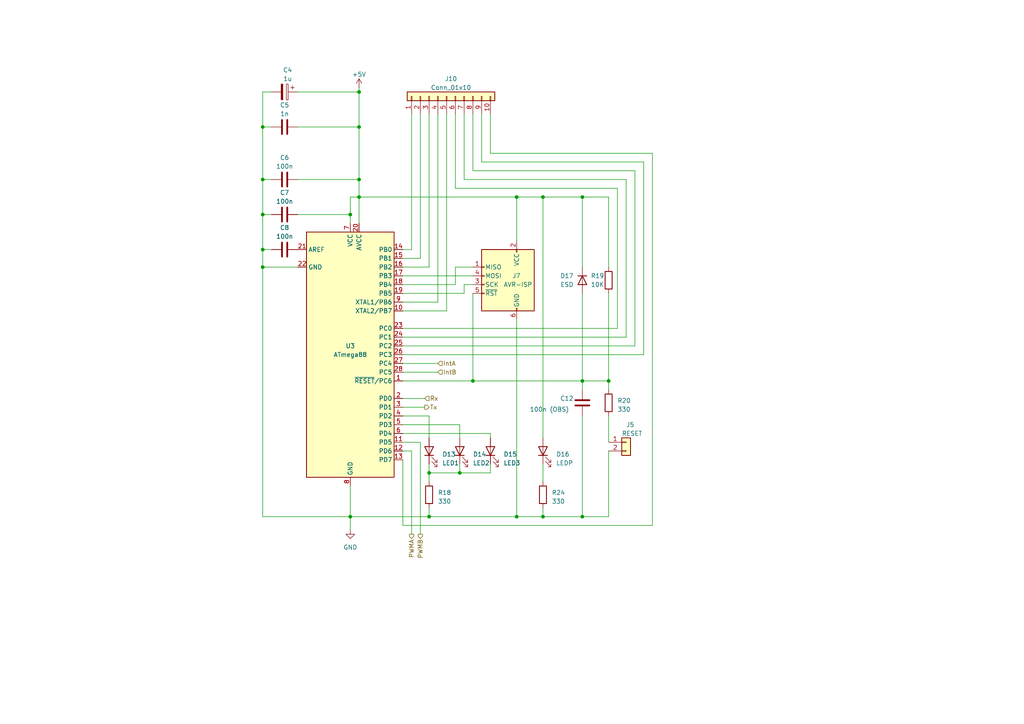
<source format=kicad_sch>
(kicad_sch (version 20230121) (generator eeschema)
  (paper "A4")
  (title_block (title "AVR ATmega88 Interface") (date "2023-05-23") (rev "1"))
  (lib_symbols
    (symbol "Connector:AVR-ISP-6" (pin_names (offset 1.016))
      (property "Reference" "J" (at -6.35 11.43 0))
      (property "Value" "AVR-ISP-6" (at 0 11.43 0))
      (symbol "AVR-ISP-6_0_1"
        (rectangle (start -2.667 -6.858) (end -2.413 -7.62))
        (rectangle (start -2.667 10.16) (end -2.413 9.398))
        (rectangle (start 7.62 -2.413) (end 6.858 -2.667))
        (rectangle (start 7.62 0.127) (end 6.858 -0.127))
        (rectangle (start 7.62 2.667) (end 6.858 2.413))
        (rectangle (start 7.62 5.207) (end 6.858 4.953))
        (rectangle (start 7.62 10.16) (end -7.62 -7.62) (stroke (width 0.254)) (fill (type background)))
      )
      (symbol "AVR-ISP-6_1_1"
        (pin passive line (at 10.16 5.08 180) (length 2.54) (name "MISO") (number "1"))
        (pin passive line (at -2.54 12.7 270) (length 2.54) (name "VCC") (number "2"))
        (pin passive line (at 10.16 0 180) (length 2.54) (name "SCK") (number "3"))
        (pin passive line (at 10.16 2.54 180) (length 2.54) (name "MOSI") (number "4"))
        (pin passive line (at 10.16 -2.54 180) (length 2.54) (name "~{RST}") (number "5"))
        (pin passive line (at -2.54 -10.16 90) (length 2.54) (name "GND") (number "6"))
      )
    )
    (symbol "Connector_Generic:Conn_01x02" (pin_names (offset 1.016) hide)
      (property "Reference" "J" (at 0 2.54 0))
      (property "Value" "Conn_01x02" (at 0 -5.08 0))
      (symbol "Conn_01x02_1_1"
        (rectangle (start -1.27 -2.413) (end 0 -2.667) (stroke (width 0.1524)))
        (rectangle (start -1.27 0.127) (end 0 -0.127) (stroke (width 0.1524)))
        (rectangle (start -1.27 1.27) (end 1.27 -3.81) (stroke (width 0.254)) (fill (type background)))
        (pin passive line (at -5.08 0 0) (length 3.81) (name "Pin_1") (number "1"))
        (pin passive line (at -5.08 -2.54 0) (length 3.81) (name "Pin_2") (number "2"))
      )
    )
    (symbol "Connector_Generic:Conn_01x10" (pin_names (offset 1.016) hide)
      (property "Reference" "J" (at 0 12.7 0))
      (property "Value" "Conn_01x10" (at 0 -15.24 0))
      (symbol "Conn_01x10_1_1"
        (rectangle (start -1.27 -12.573) (end 0 -12.827) (stroke (width 0.1524)))
        (rectangle (start -1.27 -10.033) (end 0 -10.287) (stroke (width 0.1524)))
        (rectangle (start -1.27 -7.493) (end 0 -7.747) (stroke (width 0.1524)))
        (rectangle (start -1.27 -4.953) (end 0 -5.207) (stroke (width 0.1524)))
        (rectangle (start -1.27 -2.413) (end 0 -2.667) (stroke (width 0.1524)))
        (rectangle (start -1.27 0.127) (end 0 -0.127) (stroke (width 0.1524)))
        (rectangle (start -1.27 2.667) (end 0 2.413) (stroke (width 0.1524)))
        (rectangle (start -1.27 5.207) (end 0 4.953) (stroke (width 0.1524)))
        (rectangle (start -1.27 7.747) (end 0 7.493) (stroke (width 0.1524)))
        (rectangle (start -1.27 10.287) (end 0 10.033) (stroke (width 0.1524)))
        (rectangle (start -1.27 11.43) (end 1.27 -13.97) (stroke (width 0.254)) (fill (type background)))
        (pin passive line (at -5.08 10.16 0) (length 3.81) (name "Pin_1") (number "1"))
        (pin passive line (at -5.08 -12.7 0) (length 3.81) (name "Pin_10") (number "10"))
        (pin passive line (at -5.08 7.62 0) (length 3.81) (name "Pin_2") (number "2"))
        (pin passive line (at -5.08 5.08 0) (length 3.81) (name "Pin_3") (number "3"))
        (pin passive line (at -5.08 2.54 0) (length 3.81) (name "Pin_4") (number "4"))
        (pin passive line (at -5.08 0 0) (length 3.81) (name "Pin_5") (number "5"))
        (pin passive line (at -5.08 -2.54 0) (length 3.81) (name "Pin_6") (number "6"))
        (pin passive line (at -5.08 -5.08 0) (length 3.81) (name "Pin_7") (number "7"))
        (pin passive line (at -5.08 -7.62 0) (length 3.81) (name "Pin_8") (number "8"))
        (pin passive line (at -5.08 -10.16 0) (length 3.81) (name "Pin_9") (number "9"))
      )
    )
    (symbol "Device:C" (pin_numbers hide) (pin_names (offset 0.254))
      (property "Reference" "C" (at 0.635 2.54 0))
      (property "Value" "C" (at 0.635 -2.54 0))
      (symbol "C_0_1"
        (polyline (pts (xy -2.032 -0.762) (xy 2.032 -0.762)) (stroke (width 0.508)))
        (polyline (pts (xy -2.032 0.762) (xy 2.032 0.762)) (stroke (width 0.508)))
      )
      (symbol "C_1_1"
        (pin passive line (at 0 3.81 270) (length 2.794) (name "~") (number "1"))
        (pin passive line (at 0 -3.81 90) (length 2.794) (name "~") (number "2"))
      )
    )
    (symbol "Device:C_Polarized" (pin_numbers hide) (pin_names (offset 0.254))
      (property "Reference" "C" (at 0.635 2.54 0))
      (property "Value" "C_Polarized" (at 0.635 -2.54 0))
      (symbol "C_Polarized_0_1"
        (rectangle (start -2.286 0.508) (end 2.286 1.016))
        (polyline (pts (xy -1.778 2.286) (xy -0.762 2.286)))
        (polyline (pts (xy -1.27 2.794) (xy -1.27 1.778)))
        (rectangle (start 2.286 -0.508) (end -2.286 -1.016) (fill (type outline)))
      )
      (symbol "C_Polarized_1_1"
        (pin passive line (at 0 3.81 270) (length 2.794) (name "~") (number "1"))
        (pin passive line (at 0 -3.81 90) (length 2.794) (name "~") (number "2"))
      )
    )
    (symbol "Device:LED" (pin_numbers hide) (pin_names (offset 1.016) hide)
      (property "Reference" "D" (at 0 2.54 0))
      (property "Value" "LED" (at 0 -2.54 0))
      (symbol "LED_0_1"
        (polyline (pts (xy -1.27 -1.27) (xy -1.27 1.27)) (stroke (width 0.254)))
        (polyline (pts (xy -1.27 0) (xy 1.27 0)))
        (polyline (pts (xy 1.27 -1.27) (xy 1.27 1.27) (xy -1.27 0) (xy 1.27 -1.27)) (stroke (width 0.254)))
        (polyline (pts (xy -3.048 -0.762) (xy -4.572 -2.286) (xy -3.81 -2.286) (xy -4.572 -2.286) (xy -4.572 -1.524)))
        (polyline (pts (xy -1.778 -0.762) (xy -3.302 -2.286) (xy -2.54 -2.286) (xy -3.302 -2.286) (xy -3.302 -1.524)))
      )
      (symbol "LED_1_1"
        (pin passive line (at -3.81 0 0) (length 2.54) (name "K") (number "1"))
        (pin passive line (at 3.81 0 180) (length 2.54) (name "A") (number "2"))
      )
    )
    (symbol "Device:R" (pin_numbers hide) (pin_names (offset 0))
      (property "Reference" "R" (at 2.032 0 90))
      (property "Value" "R" (at 0 0 90))
      (symbol "R_0_1"
        (rectangle (start -1.016 -2.54) (end 1.016 2.54) (stroke (width 0.254)))
      )
      (symbol "R_1_1"
        (pin passive line (at 0 3.81 270) (length 1.27) (name "~") (number "1"))
        (pin passive line (at 0 -3.81 90) (length 1.27) (name "~") (number "2"))
      )
    )
    (symbol "Diode:1N4001" (pin_numbers hide) (pin_names hide)
      (property "Reference" "D" (at 0 2.54 0))
      (property "Value" "1N4001" (at 0 -2.54 0))
      (symbol "1N4001_0_1"
        (polyline (pts (xy -1.27 1.27) (xy -1.27 -1.27)) (stroke (width 0.254)))
        (polyline (pts (xy 1.27 0) (xy -1.27 0)))
        (polyline (pts (xy 1.27 1.27) (xy 1.27 -1.27) (xy -1.27 0) (xy 1.27 1.27)) (stroke (width 0.254)))
      )
      (symbol "1N4001_1_1"
        (pin passive line (at -3.81 0 0) (length 2.54) (name "K") (number "1"))
        (pin passive line (at 3.81 0 180) (length 2.54) (name "A") (number "2"))
      )
    )
    (symbol "MCU_Microchip_ATmega:ATmega88-20P"
      (property "Reference" "U2" (at 0 2.54 0))
      (property "Value" "ATmega88" (at 0 0 0))
      (symbol "ATmega88-20P_0_1"
        (rectangle (start -12.7 -35.56) (end 12.7 35.56) (stroke (width 0.254)) (fill (type background)))
      )
      (symbol "ATmega88-20P_1_1"
        (pin bidirectional line (at 15.24 -7.62 180) (length 2.54) (name "~{RESET}/PC6") (number "1"))
        (pin bidirectional line (at 15.24 12.7 180) (length 2.54) (name "XTAL2/PB7") (number "10"))
        (pin bidirectional line (at 15.24 -25.4 180) (length 2.54) (name "PD5") (number "11"))
        (pin bidirectional line (at 15.24 -27.94 180) (length 2.54) (name "PD6") (number "12"))
        (pin bidirectional line (at 15.24 -30.48 180) (length 2.54) (name "PD7") (number "13"))
        (pin bidirectional line (at 15.24 30.48 180) (length 2.54) (name "PB0") (number "14"))
        (pin bidirectional line (at 15.24 27.94 180) (length 2.54) (name "PB1") (number "15"))
        (pin bidirectional line (at 15.24 25.4 180) (length 2.54) (name "PB2") (number "16"))
        (pin bidirectional line (at 15.24 22.86 180) (length 2.54) (name "PB3") (number "17"))
        (pin bidirectional line (at 15.24 20.32 180) (length 2.54) (name "PB4") (number "18"))
        (pin bidirectional line (at 15.24 17.78 180) (length 2.54) (name "PB5") (number "19"))
        (pin bidirectional line (at 15.24 -12.7 180) (length 2.54) (name "PD0") (number "2"))
        (pin power_in line (at 2.54 38.1 270) (length 2.54) (name "AVCC") (number "20"))
        (pin passive line (at -15.24 30.48 0) (length 2.54) (name "AREF") (number "21"))
        (pin passive line (at -15.24 25.4 0) (length 2.54) (name "GND") (number "22"))
        (pin passive line (at 0 -38.1 90) (length 2.54) hide (name "GND") (number "22"))
        (pin bidirectional line (at 15.24 7.62 180) (length 2.54) (name "PC0") (number "23"))
        (pin bidirectional line (at 15.24 5.08 180) (length 2.54) (name "PC1") (number "24"))
        (pin bidirectional line (at 15.24 2.54 180) (length 2.54) (name "PC2") (number "25"))
        (pin bidirectional line (at 15.24 0 180) (length 2.54) (name "PC3") (number "26"))
        (pin bidirectional line (at 15.24 -2.54 180) (length 2.54) (name "PC4") (number "27"))
        (pin bidirectional line (at 15.24 -5.08 180) (length 2.54) (name "PC5") (number "28"))
        (pin bidirectional line (at 15.24 -15.24 180) (length 2.54) (name "PD1") (number "3"))
        (pin bidirectional line (at 15.24 -17.78 180) (length 2.54) (name "PD2") (number "4"))
        (pin bidirectional line (at 15.24 -20.32 180) (length 2.54) (name "PD3") (number "5"))
        (pin bidirectional line (at 15.24 -22.86 180) (length 2.54) (name "PD4") (number "6"))
        (pin power_in line (at 0 38.1 270) (length 2.54) (name "VCC") (number "7"))
        (pin power_in line (at 0 -38.1 90) (length 2.54) (name "GND") (number "8"))
        (pin bidirectional line (at 15.24 15.24 180) (length 2.54) (name "XTAL1/PB6") (number "9"))
      )
    )
    (symbol "power:+5V" (power) (pin_names (offset 0))
      (property "Value" "+5V" (at 0 3.556 0))
      (symbol "+5V_0_1"
        (polyline (pts (xy -0.762 1.27) (xy 0 2.54)))
        (polyline (pts (xy 0 0) (xy 0 2.54)))
        (polyline (pts (xy 0 2.54) (xy 0.762 1.27)))
      )
      (symbol "+5V_1_1"
        (pin power_in line (at 0 0 90) (length 0) hide (name "+5V") (number "1"))
      )
    )
    (symbol "power:GND" (power) (pin_names (offset 0))
      (property "Value" "GND" (at 0 -3.81 0))
      (symbol "GND_0_1"
        (polyline (pts (xy 0 0) (xy 0 -1.27) (xy 1.27 -1.27) (xy 0 -2.54) (xy -1.27 -1.27) (xy 0 -1.27)))
      )
      (symbol "GND_1_1"
        (pin power_in line (at 0 0 270) (length 0) hide (name "GND") (number "1"))
      )
    )
  )
  (junction (at 149.86 57.15))
  (junction (at 76.2 77.47))
  (junction (at 124.46 149.86))
  (junction (at 104.14 57.15))
  (junction (at 133.35 137.16))
  (junction (at 104.14 26.67))
  (junction (at 124.46 137.16))
  (junction (at 157.48 149.86))
  (junction (at 104.14 36.83))
  (junction (at 76.2 52.07))
  (junction (at 76.2 62.23))
  (junction (at 168.91 110.49))
  (junction (at 137.16 110.49))
  (junction (at 101.6 62.23))
  (junction (at 101.6 149.86))
  (junction (at 168.91 149.86))
  (junction (at 76.2 72.39))
  (junction (at 104.14 52.07))
  (junction (at 176.53 110.49))
  (junction (at 157.48 57.15))
  (junction (at 149.86 149.86))
  (junction (at 168.91 57.15))
  (junction (at 76.2 36.83))
  (wire (pts (xy 132.08 77.47) (xy 132.08 82.55)))
  (wire (pts (xy 168.91 110.49) (xy 168.91 113.03)))
  (wire (pts (xy 121.92 74.93) (xy 121.92 33.02)))
  (wire (pts (xy 76.2 77.47) (xy 86.36 77.47)))
  (wire (pts (xy 176.53 85.09) (xy 176.53 110.49)))
  (wire (pts (xy 157.48 57.15) (xy 168.91 57.15)))
  (wire (pts (xy 139.7 46.99) (xy 186.69 46.99)))
  (wire (pts (xy 116.84 85.09) (xy 134.62 85.09)))
  (wire (pts (xy 189.23 44.45) (xy 142.24 44.45)))
  (wire (pts (xy 149.86 69.85) (xy 149.86 57.15)))
  (wire (pts (xy 116.84 72.39) (xy 119.38 72.39)))
  (wire (pts (xy 101.6 153.67) (xy 101.6 149.86)))
  (wire (pts (xy 179.07 95.25) (xy 179.07 54.61)))
  (wire (pts (xy 142.24 134.62) (xy 142.24 137.16)))
  (wire (pts (xy 86.36 52.07) (xy 104.14 52.07)))
  (wire (pts (xy 181.61 52.07) (xy 134.62 52.07)))
  (wire (pts (xy 76.2 62.23) (xy 76.2 72.39)))
  (wire (pts (xy 176.53 113.03) (xy 176.53 110.49)))
  (wire (pts (xy 137.16 110.49) (xy 137.16 85.09)))
  (wire (pts (xy 181.61 97.79) (xy 181.61 52.07)))
  (wire (pts (xy 116.84 90.17) (xy 129.54 90.17)))
  (wire (pts (xy 168.91 149.86) (xy 157.48 149.86)))
  (wire (pts (xy 124.46 134.62) (xy 124.46 137.16)))
  (wire (pts (xy 184.15 49.53) (xy 137.16 49.53)))
  (wire (pts (xy 176.53 77.47) (xy 176.53 57.15)))
  (wire (pts (xy 127 87.63) (xy 127 33.02)))
  (wire (pts (xy 76.2 149.86) (xy 101.6 149.86)))
  (wire (pts (xy 149.86 149.86) (xy 149.86 92.71)))
  (wire (pts (xy 78.74 26.67) (xy 76.2 26.67)))
  (wire (pts (xy 104.14 57.15) (xy 149.86 57.15)))
  (wire (pts (xy 101.6 57.15) (xy 104.14 57.15)))
  (wire (pts (xy 116.84 105.41) (xy 127 105.41)))
  (wire (pts (xy 176.53 149.86) (xy 168.91 149.86)))
  (wire (pts (xy 137.16 33.02) (xy 137.16 49.53)))
  (wire (pts (xy 124.46 137.16) (xy 124.46 139.7)))
  (wire (pts (xy 137.16 110.49) (xy 168.91 110.49)))
  (wire (pts (xy 78.74 52.07) (xy 76.2 52.07)))
  (wire (pts (xy 134.62 82.55) (xy 137.16 82.55)))
  (wire (pts (xy 116.84 123.19) (xy 133.35 123.19)))
  (wire (pts (xy 124.46 127) (xy 124.46 120.65)))
  (wire (pts (xy 101.6 140.97) (xy 101.6 149.86)))
  (wire (pts (xy 142.24 44.45) (xy 142.24 33.02)))
  (wire (pts (xy 119.38 154.94) (xy 119.38 130.81)))
  (wire (pts (xy 116.84 118.11) (xy 123.19 118.11)))
  (wire (pts (xy 76.2 36.83) (xy 76.2 52.07)))
  (wire (pts (xy 116.84 125.73) (xy 142.24 125.73)))
  (wire (pts (xy 139.7 33.02) (xy 139.7 46.99)))
  (wire (pts (xy 133.35 137.16) (xy 124.46 137.16)))
  (wire (pts (xy 116.84 133.35) (xy 116.84 152.4)))
  (wire (pts (xy 168.91 120.65) (xy 168.91 149.86)))
  (wire (pts (xy 184.15 100.33) (xy 184.15 49.53)))
  (wire (pts (xy 168.91 57.15) (xy 168.91 77.47)))
  (wire (pts (xy 76.2 72.39) (xy 76.2 77.47)))
  (wire (pts (xy 121.92 128.27) (xy 116.84 128.27)))
  (wire (pts (xy 186.69 102.87) (xy 116.84 102.87)))
  (wire (pts (xy 104.14 26.67) (xy 104.14 36.83)))
  (wire (pts (xy 116.84 82.55) (xy 132.08 82.55)))
  (wire (pts (xy 157.48 57.15) (xy 149.86 57.15)))
  (wire (pts (xy 86.36 62.23) (xy 101.6 62.23)))
  (wire (pts (xy 104.14 57.15) (xy 104.14 64.77)))
  (wire (pts (xy 116.84 74.93) (xy 121.92 74.93)))
  (wire (pts (xy 116.84 152.4) (xy 189.23 152.4)))
  (wire (pts (xy 104.14 25.4) (xy 104.14 26.67)))
  (wire (pts (xy 76.2 62.23) (xy 78.74 62.23)))
  (wire (pts (xy 101.6 149.86) (xy 124.46 149.86)))
  (wire (pts (xy 133.35 134.62) (xy 133.35 137.16)))
  (wire (pts (xy 189.23 152.4) (xy 189.23 44.45)))
  (wire (pts (xy 76.2 26.67) (xy 76.2 36.83)))
  (wire (pts (xy 124.46 77.47) (xy 124.46 33.02)))
  (wire (pts (xy 134.62 82.55) (xy 134.62 85.09)))
  (wire (pts (xy 116.84 95.25) (xy 179.07 95.25)))
  (wire (pts (xy 119.38 72.39) (xy 119.38 33.02)))
  (wire (pts (xy 168.91 110.49) (xy 176.53 110.49)))
  (wire (pts (xy 76.2 77.47) (xy 76.2 149.86)))
  (wire (pts (xy 157.48 134.62) (xy 157.48 139.7)))
  (wire (pts (xy 168.91 85.09) (xy 168.91 110.49)))
  (wire (pts (xy 121.92 154.94) (xy 121.92 128.27)))
  (wire (pts (xy 133.35 123.19) (xy 133.35 127)))
  (wire (pts (xy 116.84 77.47) (xy 124.46 77.47)))
  (wire (pts (xy 142.24 125.73) (xy 142.24 127)))
  (wire (pts (xy 104.14 52.07) (xy 104.14 57.15)))
  (wire (pts (xy 124.46 120.65) (xy 116.84 120.65)))
  (wire (pts (xy 78.74 72.39) (xy 76.2 72.39)))
  (wire (pts (xy 101.6 57.15) (xy 101.6 62.23)))
  (wire (pts (xy 116.84 115.57) (xy 123.19 115.57)))
  (wire (pts (xy 176.53 57.15) (xy 168.91 57.15)))
  (wire (pts (xy 132.08 33.02) (xy 132.08 54.61)))
  (wire (pts (xy 101.6 62.23) (xy 101.6 64.77)))
  (wire (pts (xy 133.35 137.16) (xy 142.24 137.16)))
  (wire (pts (xy 116.84 87.63) (xy 127 87.63)))
  (wire (pts (xy 116.84 80.01) (xy 137.16 80.01)))
  (wire (pts (xy 119.38 130.81) (xy 116.84 130.81)))
  (wire (pts (xy 116.84 97.79) (xy 181.61 97.79)))
  (wire (pts (xy 86.36 36.83) (xy 104.14 36.83)))
  (wire (pts (xy 132.08 77.47) (xy 137.16 77.47)))
  (wire (pts (xy 116.84 100.33) (xy 184.15 100.33)))
  (wire (pts (xy 76.2 52.07) (xy 76.2 62.23)))
  (wire (pts (xy 157.48 127) (xy 157.48 57.15)))
  (wire (pts (xy 104.14 36.83) (xy 104.14 52.07)))
  (wire (pts (xy 116.84 110.49) (xy 137.16 110.49)))
  (wire (pts (xy 157.48 149.86) (xy 149.86 149.86)))
  (wire (pts (xy 134.62 52.07) (xy 134.62 33.02)))
  (wire (pts (xy 124.46 149.86) (xy 149.86 149.86)))
  (wire (pts (xy 116.84 107.95) (xy 127 107.95)))
  (wire (pts (xy 78.74 36.83) (xy 76.2 36.83)))
  (wire (pts (xy 157.48 147.32) (xy 157.48 149.86)))
  (wire (pts (xy 129.54 90.17) (xy 129.54 33.02)))
  (wire (pts (xy 86.36 26.67) (xy 104.14 26.67)))
  (wire (pts (xy 124.46 147.32) (xy 124.46 149.86)))
  (wire (pts (xy 176.53 120.65) (xy 176.53 128.27)))
  (wire (pts (xy 176.53 130.81) (xy 176.53 149.86)))
  (wire (pts (xy 186.69 46.99) (xy 186.69 102.87)))
  (wire (pts (xy 179.07 54.61) (xy 132.08 54.61)))
  (hierarchical_label "PWMB" (shape output) (at 121.92 154.94 270))
  (hierarchical_label "IntB" (shape input) (at 127 107.95 0))
  (hierarchical_label "Rx" (shape input) (at 123.19 115.57 0))
  (hierarchical_label "IntA" (shape input) (at 127 105.41 0))
  (hierarchical_label "PWMA" (shape output) (at 119.38 154.94 270))
  (hierarchical_label "Tx" (shape output) (at 123.19 118.11 0))
  (symbol (lib_id "Connector:AVR-ISP-6") (at 147.32 82.55 0) (mirror y) (unit 1)
    (property "Reference" "J7" (at 148.59 80.01 0) (effects (justify right)))
    (property "Value" "AVR-ISP" (at 146.05 82.55 0) (effects (justify right)))
    (property "Footprint" "Connector_PinHeader_2.54mm:PinHeader_2x03_P2.54mm_Vertical" (effects hide))
    (property "Datasheet" " ~" (effects hide))
  )
  (symbol (lib_id "power:GND") (at 101.6 153.67 0) (unit 1)
    (property "Reference" "#PWR07" (effects hide))
    (property "Value" "GND" (at 101.6 158.75 0))
  )
  (symbol (lib_id "Device:LED") (at 133.35 130.81 90) (unit 1)
    (property "Reference" "D14" (at 137.16 131.7625 90) (effects (justify right)))
    (property "Value" "LED2" (at 137.16 134.3025 90) (effects (justify right)))
    (property "Footprint" "LED_THT:LED_D3.0mm" (effects hide))
  )
  (symbol (lib_id "Device:C") (at 82.55 72.39 90) (unit 1)
    (property "Reference" "C8" (at 82.55 66.04 90))
    (property "Value" "100n" (at 82.55 68.58 90))
    (property "Footprint" "Capacitor_THT:C_Rect_L9.0mm_W2.5mm_P7.50mm_MKT" (effects hide))
  )
  (symbol (lib_id "Device:R") (at 176.53 116.84 0) (unit 1)
    (property "Reference" "R20" (at 179.07 116.205 0) (effects (justify left)))
    (property "Value" "330" (at 179.07 118.745 0) (effects (justify left)))
    (property "Footprint" "Resistor_THT:R_Axial_DIN0207_L6.3mm_D2.5mm_P10.16mm_Horizontal" (effects hide))
  )
  (symbol (lib_id "Device:LED") (at 124.46 130.81 90) (unit 1)
    (property "Reference" "D13" (at 128.27 131.7625 90) (effects (justify right)))
    (property "Value" "LED1" (at 128.27 134.3025 90) (effects (justify right)))
    (property "Footprint" "LED_THT:LED_D3.0mm" (effects hide))
  )
  (symbol (lib_id "Device:R") (at 157.48 143.51 0) (unit 1)
    (property "Reference" "R24" (at 160.02 142.875 0) (effects (justify left)))
    (property "Value" "330" (at 160.02 145.415 0) (effects (justify left)))
    (property "Footprint" "Resistor_THT:R_Axial_DIN0207_L6.3mm_D2.5mm_P10.16mm_Horizontal" (effects hide))
  )
  (symbol (lib_id "Device:R") (at 176.53 81.28 0) (mirror y) (unit 1)
    (property "Reference" "R19" (at 175.26 80.01 0) (effects (justify left)))
    (property "Value" "10K" (at 175.26 82.55 0) (effects (justify left)))
    (property "Footprint" "Resistor_THT:R_Axial_DIN0207_L6.3mm_D2.5mm_P10.16mm_Horizontal" (effects hide))
  )
  (symbol (lib_id "Diode:1N4001") (at 168.91 81.28 90) (mirror x) (unit 1)
    (property "Reference" "D17" (at 166.37 80.01 90) (effects (justify left)))
    (property "Value" "ESD" (at 166.37 82.55 90) (effects (justify left)))
    (property "Footprint" "Diode_THT:D_DO-41_SOD81_P10.16mm_Horizontal" (effects hide))
    (property "Datasheet" "http://www.vishay.com/docs/88503/1n4001.pdf" (effects hide))
    (property "Sim.Device" "D" (effects hide))
    (property "Sim.Pins" "1=K 2=A" (effects hide))
  )
  (symbol (lib_id "Connector_Generic:Conn_01x02") (at 181.61 128.27 0) (unit 1)
    (property "Reference" "J5" (at 181.61 123.19 0) (effects (justify left)))
    (property "Value" "RESET" (at 180.34 125.73 0) (effects (justify left)))
    (property "Footprint" "Connector_PinHeader_2.54mm:PinHeader_1x02_P2.54mm_Vertical" (effects hide))
    (instances (project "Precision-Lapping-Machine" (path "" (reference "J5") (unit 1)) (path "" (reference "J8") (unit 1))))
  )
  (symbol (lib_id "Device:R") (at 124.46 143.51 0) (unit 1)
    (property "Reference" "R18" (at 127 142.875 0) (effects (justify left)))
    (property "Value" "330" (at 127 145.415 0) (effects (justify left)))
    (property "Footprint" "Resistor_THT:R_Axial_DIN0207_L6.3mm_D2.5mm_P10.16mm_Horizontal" (effects hide))
  )
  (symbol (lib_id "Device:C") (at 168.91 116.84 0) (mirror x) (unit 1)
    (property "Reference" "C12" (at 166.37 115.57 0) (effects (justify right)))
    (property "Value" "100n (OBS)" (at 165.1 118.745 0) (effects (justify right)))
    (property "Footprint" "Capacitor_THT:C_Rect_L7.0mm_W2.5mm_P5.00mm" (effects hide))
  )
  (symbol (lib_id "Device:LED") (at 157.48 130.81 90) (unit 1)
    (property "Reference" "D16" (at 161.29 131.7625 90) (effects (justify right)))
    (property "Value" "LEDP" (at 161.29 134.3025 90) (effects (justify right)))
    (property "Footprint" "LED_THT:LED_D3.0mm" (effects hide))
  )
  (symbol (lib_id "Device:C") (at 82.55 52.07 90) (unit 1)
    (property "Reference" "C6" (at 82.55 45.72 90))
    (property "Value" "100n" (at 82.55 48.26 90))
    (property "Footprint" "Capacitor_THT:C_Rect_L9.0mm_W2.5mm_P7.50mm_MKT" (effects hide))
  )
  (symbol (lib_id "Device:C") (at 82.55 62.23 90) (unit 1)
    (property "Reference" "C7" (at 82.55 55.88 90))
    (property "Value" "100n" (at 82.55 58.42 90))
    (property "Footprint" "Capacitor_THT:C_Rect_L9.0mm_W2.5mm_P7.50mm_MKT" (effects hide))
  )
  (symbol (lib_id "Device:LED") (at 142.24 130.81 90) (unit 1)
    (property "Reference" "D15" (at 146.05 131.7625 90) (effects (justify right)))
    (property "Value" "LED3" (at 146.05 134.3025 90) (effects (justify right)))
    (property "Footprint" "LED_THT:LED_D3.0mm" (effects hide))
  )
  (symbol (lib_id "power:+5V") (at 104.14 25.4 0) (unit 1)
    (property "Reference" "#PWR06" (effects hide))
    (property "Value" "+5V" (at 104.14 21.59 0))
  )
  (symbol (lib_id "MCU_Microchip_ATmega:ATmega88-20P") (at 101.6 102.87 0) (unit 1)
    (property "Reference" "U3" (at 101.6 100.33 0))
    (property "Value" "ATmega88" (at 101.6 102.87 0))
    (property "Footprint" "Package_DIP:DIP-28_W7.62mm" (effects hide))
    (property "Datasheet" "http://ww1.microchip.com/downloads/en/DeviceDoc/Atmel-2545-8-bit-AVR-Microcontroller-ATmega48-88-168_Datasheet.pdf" (effects hide))
  )
  (symbol (lib_id "Connector_Generic:Conn_01x10") (at 129.54 27.94 90) (unit 1)
    (property "Reference" "J10" (at 130.81 22.86 90))
    (property "Value" "Conn_01x10" (at 130.81 25.4 90))
    (property "Footprint" "Connector_PinHeader_2.54mm:PinHeader_1x10_P2.54mm_Vertical" (effects hide))
  )
  (symbol (lib_id "Device:C_Polarized") (at 82.55 26.67 270) (unit 1)
    (property "Reference" "C4" (at 83.439 20.32 90))
    (property "Value" "1u" (at 83.439 22.86 90))
    (property "Footprint" "Capacitor_THT:CP_Radial_D5.0mm_P2.50mm" (effects hide))
  )
  (symbol (lib_id "Device:C") (at 82.55 36.83 90) (unit 1)
    (property "Reference" "C5" (at 82.55 30.48 90))
    (property "Value" "1n" (at 82.55 33.02 90))
    (property "Footprint" "Capacitor_THT:C_Rect_L9.0mm_W2.5mm_P7.50mm_MKT" (effects hide))
  )
)
</source>
